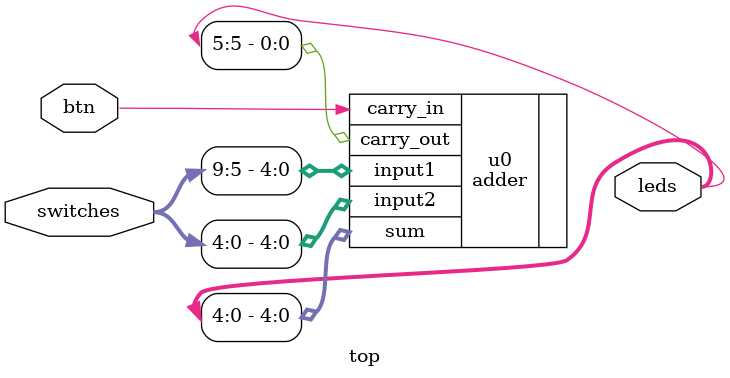
<source format=v>

module top(
    input wire[9:0] switches,
    input wire btn,
    output wire[5:0] leds
);

    // wrap the test
    adder u0(
        .input1(switches[9:5]),
        .input2(switches[4:0]),
        .carry_in(btn),
        .sum(leds[4:0]),
        .carry_out(leds[5])
    );

endmodule

</source>
